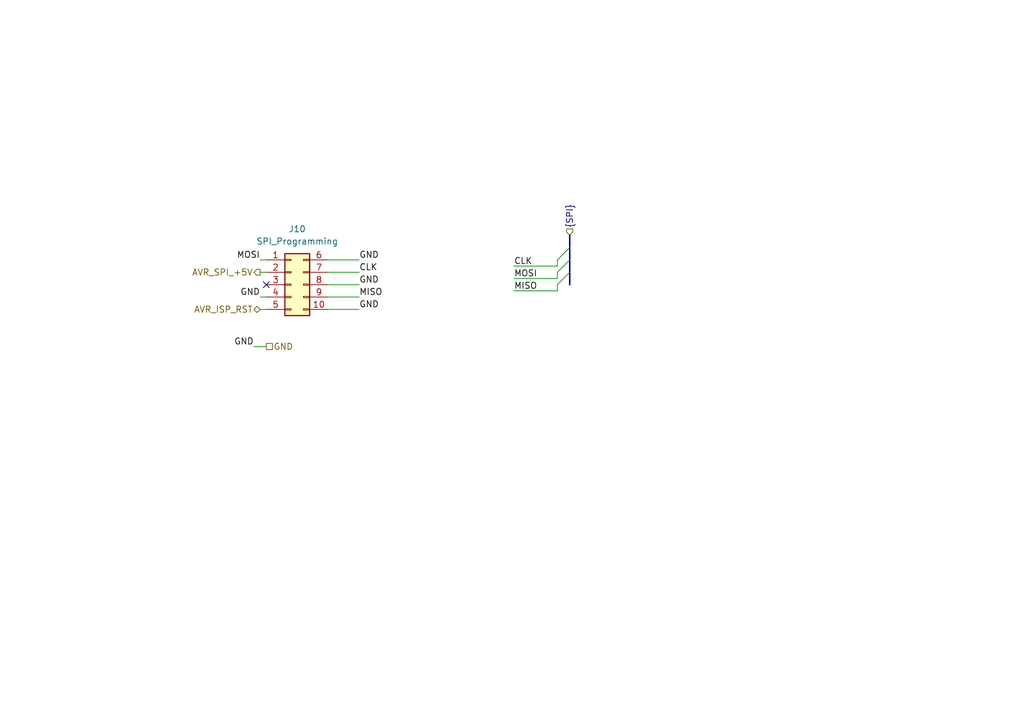
<source format=kicad_sch>
(kicad_sch (version 20231120) (generator "eeschema") (generator_version "8.0")
  (paper "A5")
  (title_block (title "Programming connector") (date "2024-04-17") (rev "1.0"))
  (lib_symbols
    (symbol "Connector_Generic:Conn_02x05_Top_Bottom" (pin_names (offset 1.016) hide)
      (property "Reference" "J" (at 1.27 7.62 0))
      (property "Value" "Conn_02x05_Top_Bottom" (at 1.27 -7.62 0))
      (symbol "Conn_02x05_Top_Bottom_1_1"
        (rectangle (start -1.27 -4.953) (end 0 -5.207) (stroke (width 0.1524)))
        (rectangle (start -1.27 -2.413) (end 0 -2.667) (stroke (width 0.1524)))
        (rectangle (start -1.27 0.127) (end 0 -0.127) (stroke (width 0.1524)))
        (rectangle (start -1.27 2.667) (end 0 2.413) (stroke (width 0.1524)))
        (rectangle (start -1.27 5.207) (end 0 4.953) (stroke (width 0.1524)))
        (rectangle (start -1.27 6.35) (end 3.81 -6.35) (stroke (width 0.254)) (fill (type background)))
        (rectangle (start 3.81 -4.953) (end 2.54 -5.207) (stroke (width 0.1524)))
        (rectangle (start 3.81 -2.413) (end 2.54 -2.667) (stroke (width 0.1524)))
        (rectangle (start 3.81 0.127) (end 2.54 -0.127) (stroke (width 0.1524)))
        (rectangle (start 3.81 2.667) (end 2.54 2.413) (stroke (width 0.1524)))
        (rectangle (start 3.81 5.207) (end 2.54 4.953) (stroke (width 0.1524)))
        (pin passive line (at -5.08 5.08 0) (length 3.81) (name "Pin_1") (number "1"))
        (pin passive line (at 7.62 -5.08 180) (length 3.81) (name "Pin_10") (number "10"))
        (pin passive line (at -5.08 2.54 0) (length 3.81) (name "Pin_2") (number "2"))
        (pin passive line (at -5.08 0 0) (length 3.81) (name "Pin_3") (number "3"))
        (pin passive line (at -5.08 -2.54 0) (length 3.81) (name "Pin_4") (number "4"))
        (pin passive line (at -5.08 -5.08 0) (length 3.81) (name "Pin_5") (number "5"))
        (pin passive line (at 7.62 5.08 180) (length 3.81) (name "Pin_6") (number "6"))
        (pin passive line (at 7.62 2.54 180) (length 3.81) (name "Pin_7") (number "7"))
        (pin passive line (at 7.62 0 180) (length 3.81) (name "Pin_8") (number "8"))
        (pin passive line (at 7.62 -2.54 180) (length 3.81) (name "Pin_9") (number "9"))
      )
    )
  )
  (no_connect (at 54.61 58.42))
  (bus_entry (at 114.3 58.42) (size 2.54 -2.54))
  (bus_entry (at 114.3 55.88) (size 2.54 -2.54))
  (bus_entry (at 114.3 53.34) (size 2.54 -2.54))
  (wire (pts (xy 54.61 55.88) (xy 53.34 55.88)))
  (wire (pts (xy 53.34 60.96) (xy 54.61 60.96)))
  (wire (pts (xy 105.41 54.61) (xy 114.3 54.61)))
  (wire (pts (xy 67.31 53.34) (xy 73.66 53.34)))
  (wire (pts (xy 53.34 53.34) (xy 54.61 53.34)))
  (wire (pts (xy 114.3 58.42) (xy 114.3 59.69)))
  (wire (pts (xy 67.31 60.96) (xy 73.66 60.96)))
  (wire (pts (xy 105.41 59.69) (xy 114.3 59.69)))
  (wire (pts (xy 105.41 57.15) (xy 114.3 57.15)))
  (bus (pts (xy 116.84 53.34) (xy 116.84 55.88)))
  (bus (pts (xy 116.84 48.26) (xy 116.84 50.8)))
  (wire (pts (xy 67.31 55.88) (xy 73.66 55.88)))
  (wire (pts (xy 53.34 63.5) (xy 54.61 63.5)))
  (wire (pts (xy 67.31 63.5) (xy 73.66 63.5)))
  (wire (pts (xy 67.31 58.42) (xy 73.66 58.42)))
  (bus (pts (xy 116.84 55.88) (xy 116.84 58.42)))
  (bus (pts (xy 116.84 50.8) (xy 116.84 53.34)))
  (wire (pts (xy 52.07 71.12) (xy 54.61 71.12)))
  (wire (pts (xy 114.3 53.34) (xy 114.3 54.61)))
  (wire (pts (xy 114.3 55.88) (xy 114.3 57.15)))
  (label "GND" (at 73.66 53.34 0))
  (label "MISO" (at 73.66 60.96 0))
  (label "MOSI" (at 105.41 57.15 0))
  (label "MISO" (at 105.41 59.69 0))
  (label "GND" (at 73.66 63.5 0))
  (label "CLK" (at 105.41 54.61 0))
  (label "GND" (at 73.66 58.42 0))
  (label "CLK" (at 73.66 55.88 0))
  (label "GND" (at 52.07 71.12 180))
  (label "MOSI" (at 53.34 53.34 180))
  (label "GND" (at 53.34 60.96 180))
  (hierarchical_label "AVR_SPI_+5V" (shape output) (at 53.34 55.88 180))
  (hierarchical_label "{SPI}" (shape input) (at 116.84 48.26 90))
  (hierarchical_label "GND" (shape passive) (at 54.61 71.12 0))
  (hierarchical_label "AVR_ISP_RST" (shape bidirectional) (at 53.34 63.5 180))
  (symbol (lib_id "Connector_Generic:Conn_02x05_Top_Bottom") (at 59.69 58.42 0) (unit 1) (exclude_from_sim yes)
    (property "Reference" "J10" (at 60.96 46.99 0))
    (property "Value" "SPI_Programming" (at 60.96 49.53 0))
    (property "Footprint" "Connector_PinHeader_2.54mm:PinHeader_2x05_P2.54mm_Vertical" (effects (hide yes)))
  )
)
</source>
